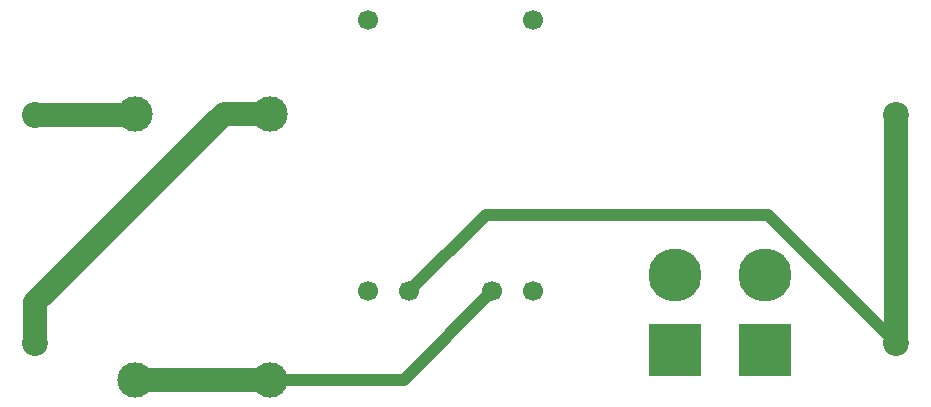
<source format=gbr>
G04 #@! TF.GenerationSoftware,KiCad,Pcbnew,(5.1.5-0-10_14)*
G04 #@! TF.CreationDate,2020-06-18T21:13:27+02:00*
G04 #@! TF.ProjectId,accu,61636375-2e6b-4696-9361-645f70636258,rev?*
G04 #@! TF.SameCoordinates,Original*
G04 #@! TF.FileFunction,Copper,L1,Top*
G04 #@! TF.FilePolarity,Positive*
%FSLAX46Y46*%
G04 Gerber Fmt 4.6, Leading zero omitted, Abs format (unit mm)*
G04 Created by KiCad (PCBNEW (5.1.5-0-10_14)) date 2020-06-18 21:13:27*
%MOMM*%
%LPD*%
G04 APERTURE LIST*
%ADD10C,2.200000*%
%ADD11C,3.000000*%
%ADD12C,4.500880*%
%ADD13R,4.500880X4.500880*%
%ADD14C,1.700000*%
%ADD15C,2.000000*%
%ADD16C,1.000000*%
G04 APERTURE END LIST*
D10*
X9300000Y-10600000D03*
X9300000Y-29900000D03*
X82200000Y-29900000D03*
X82200000Y-10600000D03*
D11*
X17780000Y-33020000D03*
X17780000Y-10520000D03*
X29210000Y-10520000D03*
X29210000Y-33020000D03*
D12*
X63500000Y-24130000D03*
D13*
X63500000Y-30480000D03*
D12*
X71120000Y-24130000D03*
D13*
X71120000Y-30480000D03*
D14*
X51450000Y-25560001D03*
X47950000Y-25560001D03*
X40950000Y-25560001D03*
X37450000Y-25560001D03*
X37450000Y-2560001D03*
X51450000Y-2560001D03*
D15*
X17700000Y-10600000D02*
X17780000Y-10520000D01*
X9300000Y-10600000D02*
X17700000Y-10600000D01*
X9300000Y-26475998D02*
X25255998Y-10520000D01*
X27088680Y-10520000D02*
X29210000Y-10520000D01*
X25255998Y-10520000D02*
X27088680Y-10520000D01*
X9300000Y-29900000D02*
X9300000Y-26475998D01*
X82200000Y-10600000D02*
X82200000Y-29900000D01*
D16*
X82200000Y-29900000D02*
X71350000Y-19050000D01*
X47460001Y-19050000D02*
X40950000Y-25560001D01*
X71350000Y-19050000D02*
X47460001Y-19050000D01*
D15*
X17780000Y-33020000D02*
X29210000Y-33020000D01*
D16*
X40490001Y-33020000D02*
X47950000Y-25560001D01*
X29210000Y-33020000D02*
X40490001Y-33020000D01*
M02*

</source>
